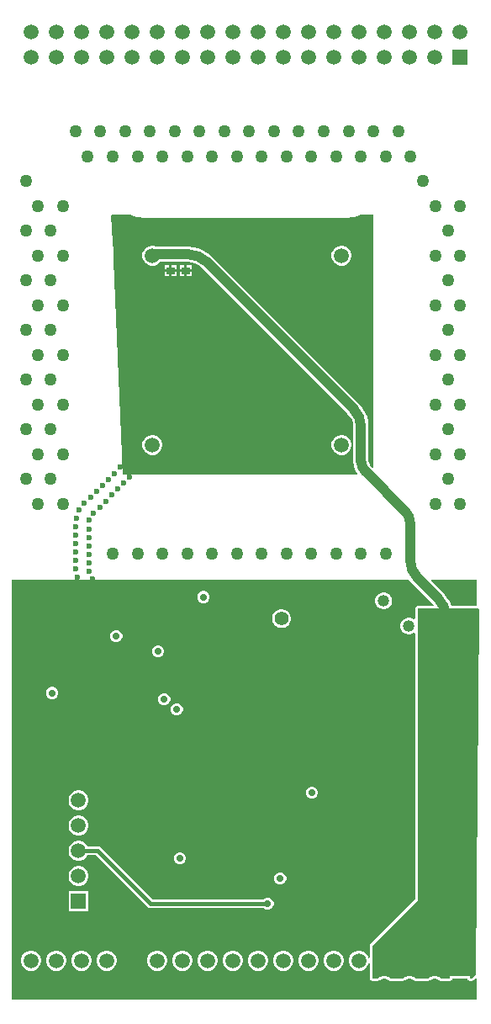
<source format=gbl>
G04*
G04 #@! TF.GenerationSoftware,Altium Limited,Altium Designer,21.8.1 (53)*
G04*
G04 Layer_Physical_Order=4*
G04 Layer_Color=16711680*
%FSLAX25Y25*%
%MOIN*%
G70*
G04*
G04 #@! TF.SameCoordinates,FEA55363-24F4-4A60-B236-1B38E07B82BE*
G04*
G04*
G04 #@! TF.FilePolarity,Positive*
G04*
G01*
G75*
%ADD34C,0.01575*%
%ADD35R,0.03543X0.03150*%
%ADD47R,0.05906X0.05906*%
%ADD48C,0.05906*%
%ADD49C,0.04685*%
%ADD50C,0.05512*%
%ADD51C,0.05878*%
%ADD52R,0.05906X0.05906*%
%ADD53C,0.02362*%
%ADD54C,0.05000*%
%ADD55C,0.02756*%
%ADD56C,0.03937*%
G36*
X149000Y51388D02*
X148538Y51196D01*
X148229Y51506D01*
X147885Y51849D01*
X147592Y52228D01*
X147400Y52478D01*
X147096Y53212D01*
X146993Y53994D01*
X146994Y54000D01*
Y67358D01*
X147009D01*
X146848Y69393D01*
X146372Y71378D01*
X145591Y73264D01*
X144524Y75004D01*
X143199Y76556D01*
X143188Y76546D01*
X84818Y134917D01*
X84828Y134927D01*
X83276Y136252D01*
X81535Y137319D01*
X79649Y138100D01*
X77665Y138577D01*
X75630Y138737D01*
Y138723D01*
X63112D01*
X62772Y138919D01*
X61771Y139187D01*
X60733D01*
X59732Y138919D01*
X58833Y138400D01*
X58100Y137667D01*
X57581Y136768D01*
X57313Y135767D01*
Y134729D01*
X57581Y133728D01*
X58100Y132829D01*
X58833Y132096D01*
X59732Y131578D01*
X60733Y131309D01*
X61771D01*
X62772Y131578D01*
X63671Y132096D01*
X64309Y132734D01*
X75630D01*
X75670Y132740D01*
X76998Y132609D01*
X78314Y132210D01*
X79527Y131561D01*
X80558Y130715D01*
X80583Y130682D01*
X138954Y72312D01*
X138987Y72287D01*
X139833Y71255D01*
X140481Y70043D01*
X140881Y68726D01*
X141011Y67399D01*
X141006Y67358D01*
Y54000D01*
X140988D01*
X141162Y52235D01*
X141677Y50538D01*
X142499Y49000D01*
X142423Y48726D01*
X142316Y48500D01*
X49500D01*
X45781Y133616D01*
Y137748D01*
X45794D01*
X45781Y137908D01*
Y138341D01*
X45767Y138416D01*
X45774Y138491D01*
X45658Y139671D01*
X45637Y139739D01*
X45636Y139758D01*
Y139820D01*
X45628Y139860D01*
X45626Y139878D01*
X45614Y139929D01*
X45475Y140628D01*
X45016Y151139D01*
X45362Y151500D01*
X52471D01*
X52499Y151481D01*
X53595Y151027D01*
X53670Y151012D01*
X53737Y150976D01*
X53952Y150911D01*
X54045Y150872D01*
X54209Y150833D01*
X54871Y150632D01*
X54947Y150625D01*
X55017Y150596D01*
X56071Y150386D01*
X56122Y150374D01*
X56140Y150372D01*
X56180Y150364D01*
X56242D01*
X56261Y150363D01*
X56329Y150342D01*
X57509Y150226D01*
X57585Y150233D01*
X57659Y150219D01*
X58092D01*
X58252Y150206D01*
Y150219D01*
X138252D01*
Y150206D01*
X138412Y150219D01*
X138845D01*
X138919Y150233D01*
X138995Y150226D01*
X140175Y150342D01*
X140243Y150363D01*
X140262Y150364D01*
X140324D01*
X140364Y150372D01*
X140382Y150374D01*
X140433Y150386D01*
X141487Y150596D01*
X141557Y150625D01*
X141632Y150632D01*
X142295Y150833D01*
X142459Y150872D01*
X142552Y150911D01*
X142767Y150976D01*
X142834Y151012D01*
X142909Y151027D01*
X144004Y151481D01*
X144033Y151500D01*
X149000D01*
Y51388D01*
D02*
G37*
G36*
X190000Y-3480D02*
X179813D01*
X179091Y-1736D01*
X178024Y4D01*
X176699Y1556D01*
X176688Y1546D01*
X176688Y1546D01*
X171696Y6538D01*
X171888Y7000D01*
X190000D01*
Y-3480D01*
D02*
G37*
G36*
X162976Y6996D02*
X164302Y5444D01*
X164312Y5454D01*
X172454Y-2688D01*
X172487Y-2713D01*
X172745Y-3028D01*
X172531Y-3480D01*
X166500D01*
X166110Y-3558D01*
X165779Y-3779D01*
X165558Y-4110D01*
X165480Y-4500D01*
Y-8624D01*
X164980Y-8784D01*
X164290Y-8385D01*
X163440Y-8157D01*
X162560D01*
X161710Y-8385D01*
X160948Y-8825D01*
X160325Y-9448D01*
X159885Y-10210D01*
X159658Y-11060D01*
Y-11940D01*
X159885Y-12790D01*
X160325Y-13552D01*
X160948Y-14175D01*
X161710Y-14615D01*
X162560Y-14842D01*
X163440D01*
X164290Y-14615D01*
X164980Y-14216D01*
X165480Y-14376D01*
Y-119578D01*
X147779Y-137279D01*
X147558Y-137610D01*
X147480Y-138000D01*
Y-142935D01*
X146980Y-143000D01*
X146861Y-142553D01*
X146340Y-141652D01*
X145604Y-140916D01*
X144703Y-140395D01*
X143698Y-140126D01*
X142657D01*
X141651Y-140395D01*
X140750Y-140916D01*
X140014Y-141652D01*
X139494Y-142553D01*
X139224Y-143558D01*
Y-144599D01*
X139494Y-145604D01*
X140014Y-146506D01*
X140750Y-147242D01*
X141651Y-147762D01*
X142657Y-148031D01*
X143698D01*
X144703Y-147762D01*
X145604Y-147242D01*
X146340Y-146506D01*
X146861Y-145604D01*
X146980Y-145157D01*
X147480Y-145223D01*
Y-151000D01*
X147558Y-151390D01*
X147779Y-151721D01*
X148110Y-151942D01*
X148500Y-152020D01*
X150666D01*
X151056Y-151942D01*
X151337Y-151754D01*
X152045Y-151346D01*
X152791Y-151146D01*
X153563D01*
X154309Y-151346D01*
X155017Y-151754D01*
X155298Y-151942D01*
X155689Y-152020D01*
X160666D01*
X161056Y-151942D01*
X161337Y-151754D01*
X162045Y-151346D01*
X162791Y-151146D01*
X163563D01*
X164309Y-151346D01*
X165017Y-151754D01*
X165298Y-151942D01*
X165689Y-152020D01*
X170666D01*
X171056Y-151942D01*
X171337Y-151754D01*
X172045Y-151346D01*
X172791Y-151146D01*
X173563D01*
X174309Y-151346D01*
X175017Y-151754D01*
X175298Y-151942D01*
X175689Y-152020D01*
X179224D01*
X179615Y-151942D01*
X179945Y-151721D01*
X180166Y-151390D01*
X180215Y-151146D01*
X186139D01*
X186188Y-151390D01*
X186409Y-151721D01*
X186740Y-151942D01*
X187130Y-152020D01*
X188000D01*
X188390Y-151942D01*
X188721Y-151721D01*
X189538Y-150904D01*
X190000Y-151095D01*
Y-159500D01*
X5500D01*
Y7000D01*
X162973D01*
X162976Y6996D01*
D02*
G37*
G36*
X190996Y-4855D02*
X189500Y-149500D01*
X188000Y-151000D01*
X187130D01*
Y-150126D01*
X179224D01*
Y-151000D01*
X175689D01*
X175604Y-150916D01*
X174703Y-150395D01*
X173698Y-150126D01*
X172657D01*
X171651Y-150395D01*
X170750Y-150916D01*
X170666Y-151000D01*
X165689D01*
X165604Y-150916D01*
X164703Y-150395D01*
X163698Y-150126D01*
X162657D01*
X161652Y-150395D01*
X160750Y-150916D01*
X160666Y-151000D01*
X155689D01*
X155604Y-150916D01*
X154703Y-150395D01*
X153698Y-150126D01*
X152657D01*
X151652Y-150395D01*
X150750Y-150916D01*
X150666Y-151000D01*
X148500D01*
Y-138000D01*
X166500Y-120000D01*
Y-4500D01*
X190645D01*
X190996Y-4855D01*
D02*
G37*
%LPC*%
G36*
X136771Y139187D02*
X135733D01*
X134732Y138919D01*
X133833Y138400D01*
X133100Y137667D01*
X132581Y136768D01*
X132313Y135767D01*
Y134729D01*
X132581Y133728D01*
X133100Y132829D01*
X133833Y132096D01*
X134732Y131578D01*
X135733Y131309D01*
X136771D01*
X137772Y131578D01*
X138671Y132096D01*
X139404Y132829D01*
X139922Y133728D01*
X140191Y134729D01*
Y135767D01*
X139922Y136768D01*
X139404Y137667D01*
X138671Y138400D01*
X137772Y138919D01*
X136771Y139187D01*
D02*
G37*
G36*
X76832Y131368D02*
X74961D01*
Y129693D01*
X76832D01*
Y131368D01*
D02*
G37*
G36*
X73961D02*
X72089D01*
Y129693D01*
X73961D01*
Y131368D01*
D02*
G37*
G36*
X70832D02*
X68961D01*
Y129693D01*
X70832D01*
Y131368D01*
D02*
G37*
G36*
X67961D02*
X66089D01*
Y129693D01*
X67961D01*
Y131368D01*
D02*
G37*
G36*
X76832Y128693D02*
X74961D01*
Y127018D01*
X76832D01*
Y128693D01*
D02*
G37*
G36*
X73961D02*
X72089D01*
Y127018D01*
X73961D01*
Y128693D01*
D02*
G37*
G36*
X70832D02*
X68961D01*
Y127018D01*
X70832D01*
Y128693D01*
D02*
G37*
G36*
X67961D02*
X66089D01*
Y127018D01*
X67961D01*
Y128693D01*
D02*
G37*
G36*
X136771Y64187D02*
X135733D01*
X134732Y63919D01*
X133833Y63400D01*
X133100Y62667D01*
X132581Y61768D01*
X132313Y60767D01*
Y59729D01*
X132581Y58728D01*
X133100Y57829D01*
X133833Y57096D01*
X134732Y56577D01*
X135733Y56309D01*
X136771D01*
X137772Y56577D01*
X138671Y57096D01*
X139404Y57829D01*
X139922Y58728D01*
X140191Y59729D01*
Y60767D01*
X139922Y61768D01*
X139404Y62667D01*
X138671Y63400D01*
X137772Y63919D01*
X136771Y64187D01*
D02*
G37*
G36*
X61771D02*
X60733D01*
X59732Y63919D01*
X58833Y63400D01*
X58100Y62667D01*
X57581Y61768D01*
X57313Y60767D01*
Y59729D01*
X57581Y58728D01*
X58100Y57829D01*
X58833Y57096D01*
X59732Y56577D01*
X60733Y56309D01*
X61771D01*
X62772Y56577D01*
X63671Y57096D01*
X64404Y57829D01*
X64922Y58728D01*
X65191Y59729D01*
Y60767D01*
X64922Y61768D01*
X64404Y62667D01*
X63671Y63400D01*
X62772Y63919D01*
X61771Y64187D01*
D02*
G37*
G36*
X81973Y2378D02*
X81027D01*
X80153Y2016D01*
X79484Y1347D01*
X79122Y473D01*
Y-473D01*
X79484Y-1347D01*
X80153Y-2016D01*
X81027Y-2378D01*
X81973D01*
X82847Y-2016D01*
X83516Y-1347D01*
X83878Y-473D01*
Y473D01*
X83516Y1347D01*
X82847Y2016D01*
X81973Y2378D01*
D02*
G37*
G36*
X153440Y1843D02*
X152560D01*
X151710Y1615D01*
X150948Y1175D01*
X150325Y552D01*
X149885Y-210D01*
X149657Y-1060D01*
Y-1940D01*
X149885Y-2790D01*
X150325Y-3552D01*
X150948Y-4175D01*
X151710Y-4615D01*
X152560Y-4843D01*
X153440D01*
X154290Y-4615D01*
X155052Y-4175D01*
X155675Y-3552D01*
X156115Y-2790D01*
X156342Y-1940D01*
Y-1060D01*
X156115Y-210D01*
X155675Y552D01*
X155052Y1175D01*
X154290Y1615D01*
X153440Y1843D01*
D02*
G37*
G36*
X112995Y-4744D02*
X112005D01*
X111050Y-5000D01*
X110194Y-5494D01*
X109494Y-6194D01*
X109000Y-7050D01*
X108744Y-8005D01*
Y-8995D01*
X109000Y-9950D01*
X109494Y-10806D01*
X110194Y-11506D01*
X111050Y-12000D01*
X112005Y-12256D01*
X112995D01*
X113950Y-12000D01*
X114806Y-11506D01*
X115506Y-10806D01*
X116000Y-9950D01*
X116256Y-8995D01*
Y-8005D01*
X116000Y-7050D01*
X115506Y-6194D01*
X114806Y-5494D01*
X113950Y-5000D01*
X112995Y-4744D01*
D02*
G37*
G36*
X47473Y-13122D02*
X46527D01*
X45653Y-13484D01*
X44984Y-14153D01*
X44622Y-15027D01*
Y-15973D01*
X44984Y-16847D01*
X45653Y-17516D01*
X46527Y-17878D01*
X47473D01*
X48347Y-17516D01*
X49016Y-16847D01*
X49378Y-15973D01*
Y-15027D01*
X49016Y-14153D01*
X48347Y-13484D01*
X47473Y-13122D01*
D02*
G37*
G36*
X63973Y-19122D02*
X63027D01*
X62153Y-19484D01*
X61484Y-20153D01*
X61122Y-21027D01*
Y-21973D01*
X61484Y-22847D01*
X62153Y-23516D01*
X63027Y-23878D01*
X63973D01*
X64847Y-23516D01*
X65516Y-22847D01*
X65878Y-21973D01*
Y-21027D01*
X65516Y-20153D01*
X64847Y-19484D01*
X63973Y-19122D01*
D02*
G37*
G36*
X21973Y-35622D02*
X21027D01*
X20153Y-35984D01*
X19484Y-36653D01*
X19122Y-37527D01*
Y-38473D01*
X19484Y-39347D01*
X20153Y-40016D01*
X21027Y-40378D01*
X21973D01*
X22847Y-40016D01*
X23516Y-39347D01*
X23878Y-38473D01*
Y-37527D01*
X23516Y-36653D01*
X22847Y-35984D01*
X21973Y-35622D01*
D02*
G37*
G36*
X66473Y-38122D02*
X65527D01*
X64653Y-38484D01*
X63984Y-39153D01*
X63622Y-40027D01*
Y-40973D01*
X63984Y-41847D01*
X64653Y-42516D01*
X65527Y-42878D01*
X66473D01*
X67347Y-42516D01*
X68016Y-41847D01*
X68378Y-40973D01*
Y-40027D01*
X68016Y-39153D01*
X67347Y-38484D01*
X66473Y-38122D01*
D02*
G37*
G36*
X71473Y-42122D02*
X70527D01*
X69653Y-42484D01*
X68984Y-43153D01*
X68622Y-44027D01*
Y-44973D01*
X68984Y-45847D01*
X69653Y-46516D01*
X70527Y-46878D01*
X71473D01*
X72347Y-46516D01*
X73016Y-45847D01*
X73378Y-44973D01*
Y-44027D01*
X73016Y-43153D01*
X72347Y-42484D01*
X71473Y-42122D01*
D02*
G37*
G36*
X124973Y-75122D02*
X124027D01*
X123153Y-75484D01*
X122484Y-76153D01*
X122122Y-77027D01*
Y-77973D01*
X122484Y-78847D01*
X123153Y-79516D01*
X124027Y-79878D01*
X124973D01*
X125847Y-79516D01*
X126516Y-78847D01*
X126878Y-77973D01*
Y-77027D01*
X126516Y-76153D01*
X125847Y-75484D01*
X124973Y-75122D01*
D02*
G37*
G36*
X32520Y-76547D02*
X31480D01*
X30474Y-76817D01*
X29573Y-77337D01*
X28837Y-78073D01*
X28317Y-78974D01*
X28047Y-79980D01*
Y-81020D01*
X28317Y-82026D01*
X28837Y-82927D01*
X29573Y-83663D01*
X30474Y-84183D01*
X31480Y-84453D01*
X32520D01*
X33526Y-84183D01*
X34427Y-83663D01*
X35163Y-82927D01*
X35683Y-82026D01*
X35953Y-81020D01*
Y-79980D01*
X35683Y-78974D01*
X35163Y-78073D01*
X34427Y-77337D01*
X33526Y-76817D01*
X32520Y-76547D01*
D02*
G37*
G36*
Y-86547D02*
X31480D01*
X30474Y-86817D01*
X29573Y-87337D01*
X28837Y-88073D01*
X28317Y-88974D01*
X28047Y-89980D01*
Y-91020D01*
X28317Y-92026D01*
X28837Y-92927D01*
X29573Y-93663D01*
X30474Y-94183D01*
X31480Y-94453D01*
X32520D01*
X33526Y-94183D01*
X34427Y-93663D01*
X35163Y-92927D01*
X35683Y-92026D01*
X35953Y-91020D01*
Y-89980D01*
X35683Y-88974D01*
X35163Y-88073D01*
X34427Y-87337D01*
X33526Y-86817D01*
X32520Y-86547D01*
D02*
G37*
G36*
X72683Y-101140D02*
X71737D01*
X70863Y-101502D01*
X70194Y-102171D01*
X69832Y-103045D01*
Y-103991D01*
X70194Y-104865D01*
X70863Y-105534D01*
X71737Y-105896D01*
X72683D01*
X73557Y-105534D01*
X74226Y-104865D01*
X74588Y-103991D01*
Y-103045D01*
X74226Y-102171D01*
X73557Y-101502D01*
X72683Y-101140D01*
D02*
G37*
G36*
X112473Y-109122D02*
X111527D01*
X110653Y-109484D01*
X109984Y-110153D01*
X109622Y-111027D01*
Y-111973D01*
X109984Y-112847D01*
X110653Y-113516D01*
X111527Y-113878D01*
X112473D01*
X113347Y-113516D01*
X114016Y-112847D01*
X114378Y-111973D01*
Y-111027D01*
X114016Y-110153D01*
X113347Y-109484D01*
X112473Y-109122D01*
D02*
G37*
G36*
X32520Y-106547D02*
X31480D01*
X30474Y-106817D01*
X29573Y-107337D01*
X28837Y-108073D01*
X28317Y-108974D01*
X28047Y-109980D01*
Y-111020D01*
X28317Y-112026D01*
X28837Y-112927D01*
X29573Y-113663D01*
X30474Y-114183D01*
X31480Y-114453D01*
X32520D01*
X33526Y-114183D01*
X34427Y-113663D01*
X35163Y-112927D01*
X35683Y-112026D01*
X35953Y-111020D01*
Y-109980D01*
X35683Y-108974D01*
X35163Y-108073D01*
X34427Y-107337D01*
X33526Y-106817D01*
X32520Y-106547D01*
D02*
G37*
G36*
Y-96547D02*
X31480D01*
X30474Y-96817D01*
X29573Y-97337D01*
X28837Y-98073D01*
X28317Y-98974D01*
X28047Y-99980D01*
Y-101020D01*
X28317Y-102026D01*
X28837Y-102927D01*
X29573Y-103663D01*
X30474Y-104183D01*
X31480Y-104453D01*
X32520D01*
X33526Y-104183D01*
X34427Y-103663D01*
X35163Y-102927D01*
X35512Y-102322D01*
X38745D01*
X59211Y-122789D01*
X59211Y-122789D01*
X59803Y-123184D01*
X60500Y-123322D01*
X105459D01*
X105653Y-123516D01*
X106527Y-123878D01*
X107473D01*
X108347Y-123516D01*
X109016Y-122847D01*
X109378Y-121973D01*
Y-121027D01*
X109016Y-120153D01*
X108347Y-119484D01*
X107473Y-119122D01*
X106527D01*
X105653Y-119484D01*
X105459Y-119678D01*
X61255D01*
X40789Y-99211D01*
X40197Y-98816D01*
X39500Y-98678D01*
X39500Y-98678D01*
X35512D01*
X35163Y-98073D01*
X34427Y-97337D01*
X33526Y-96817D01*
X32520Y-96547D01*
D02*
G37*
G36*
X35953Y-116547D02*
X28047D01*
Y-124453D01*
X35953D01*
Y-116547D01*
D02*
G37*
G36*
X133698Y-140126D02*
X132657D01*
X131651Y-140395D01*
X130750Y-140916D01*
X130014Y-141652D01*
X129494Y-142553D01*
X129224Y-143558D01*
Y-144599D01*
X129494Y-145604D01*
X130014Y-146506D01*
X130750Y-147242D01*
X131651Y-147762D01*
X132657Y-148031D01*
X133698D01*
X134703Y-147762D01*
X135604Y-147242D01*
X136340Y-146506D01*
X136861Y-145604D01*
X137130Y-144599D01*
Y-143558D01*
X136861Y-142553D01*
X136340Y-141652D01*
X135604Y-140916D01*
X134703Y-140395D01*
X133698Y-140126D01*
D02*
G37*
G36*
X123698D02*
X122657D01*
X121651Y-140395D01*
X120750Y-140916D01*
X120014Y-141652D01*
X119494Y-142553D01*
X119224Y-143558D01*
Y-144599D01*
X119494Y-145604D01*
X120014Y-146506D01*
X120750Y-147242D01*
X121651Y-147762D01*
X122657Y-148031D01*
X123698D01*
X124703Y-147762D01*
X125604Y-147242D01*
X126340Y-146506D01*
X126860Y-145604D01*
X127130Y-144599D01*
Y-143558D01*
X126860Y-142553D01*
X126340Y-141652D01*
X125604Y-140916D01*
X124703Y-140395D01*
X123698Y-140126D01*
D02*
G37*
G36*
X113698D02*
X112657D01*
X111652Y-140395D01*
X110750Y-140916D01*
X110014Y-141652D01*
X109494Y-142553D01*
X109224Y-143558D01*
Y-144599D01*
X109494Y-145604D01*
X110014Y-146506D01*
X110750Y-147242D01*
X111652Y-147762D01*
X112657Y-148031D01*
X113698D01*
X114703Y-147762D01*
X115604Y-147242D01*
X116340Y-146506D01*
X116860Y-145604D01*
X117130Y-144599D01*
Y-143558D01*
X116860Y-142553D01*
X116340Y-141652D01*
X115604Y-140916D01*
X114703Y-140395D01*
X113698Y-140126D01*
D02*
G37*
G36*
X103698D02*
X102657D01*
X101652Y-140395D01*
X100750Y-140916D01*
X100014Y-141652D01*
X99494Y-142553D01*
X99224Y-143558D01*
Y-144599D01*
X99494Y-145604D01*
X100014Y-146506D01*
X100750Y-147242D01*
X101652Y-147762D01*
X102657Y-148031D01*
X103698D01*
X104703Y-147762D01*
X105604Y-147242D01*
X106340Y-146506D01*
X106860Y-145604D01*
X107130Y-144599D01*
Y-143558D01*
X106860Y-142553D01*
X106340Y-141652D01*
X105604Y-140916D01*
X104703Y-140395D01*
X103698Y-140126D01*
D02*
G37*
G36*
X93698D02*
X92657D01*
X91651Y-140395D01*
X90750Y-140916D01*
X90014Y-141652D01*
X89494Y-142553D01*
X89224Y-143558D01*
Y-144599D01*
X89494Y-145604D01*
X90014Y-146506D01*
X90750Y-147242D01*
X91651Y-147762D01*
X92657Y-148031D01*
X93698D01*
X94703Y-147762D01*
X95604Y-147242D01*
X96340Y-146506D01*
X96861Y-145604D01*
X97130Y-144599D01*
Y-143558D01*
X96861Y-142553D01*
X96340Y-141652D01*
X95604Y-140916D01*
X94703Y-140395D01*
X93698Y-140126D01*
D02*
G37*
G36*
X83698D02*
X82657D01*
X81652Y-140395D01*
X80750Y-140916D01*
X80014Y-141652D01*
X79494Y-142553D01*
X79224Y-143558D01*
Y-144599D01*
X79494Y-145604D01*
X80014Y-146506D01*
X80750Y-147242D01*
X81652Y-147762D01*
X82657Y-148031D01*
X83698D01*
X84703Y-147762D01*
X85604Y-147242D01*
X86340Y-146506D01*
X86861Y-145604D01*
X87130Y-144599D01*
Y-143558D01*
X86861Y-142553D01*
X86340Y-141652D01*
X85604Y-140916D01*
X84703Y-140395D01*
X83698Y-140126D01*
D02*
G37*
G36*
X73698D02*
X72657D01*
X71652Y-140395D01*
X70750Y-140916D01*
X70014Y-141652D01*
X69494Y-142553D01*
X69224Y-143558D01*
Y-144599D01*
X69494Y-145604D01*
X70014Y-146506D01*
X70750Y-147242D01*
X71652Y-147762D01*
X72657Y-148031D01*
X73698D01*
X74703Y-147762D01*
X75604Y-147242D01*
X76340Y-146506D01*
X76861Y-145604D01*
X77130Y-144599D01*
Y-143558D01*
X76861Y-142553D01*
X76340Y-141652D01*
X75604Y-140916D01*
X74703Y-140395D01*
X73698Y-140126D01*
D02*
G37*
G36*
X63698D02*
X62657D01*
X61651Y-140395D01*
X60750Y-140916D01*
X60014Y-141652D01*
X59494Y-142553D01*
X59224Y-143558D01*
Y-144599D01*
X59494Y-145604D01*
X60014Y-146506D01*
X60750Y-147242D01*
X61651Y-147762D01*
X62657Y-148031D01*
X63698D01*
X64703Y-147762D01*
X65604Y-147242D01*
X66340Y-146506D01*
X66861Y-145604D01*
X67130Y-144599D01*
Y-143558D01*
X66861Y-142553D01*
X66340Y-141652D01*
X65604Y-140916D01*
X64703Y-140395D01*
X63698Y-140126D01*
D02*
G37*
G36*
X43698D02*
X42657D01*
X41651Y-140395D01*
X40750Y-140916D01*
X40014Y-141652D01*
X39494Y-142553D01*
X39224Y-143558D01*
Y-144599D01*
X39494Y-145604D01*
X40014Y-146506D01*
X40750Y-147242D01*
X41651Y-147762D01*
X42657Y-148031D01*
X43698D01*
X44703Y-147762D01*
X45604Y-147242D01*
X46340Y-146506D01*
X46861Y-145604D01*
X47130Y-144599D01*
Y-143558D01*
X46861Y-142553D01*
X46340Y-141652D01*
X45604Y-140916D01*
X44703Y-140395D01*
X43698Y-140126D01*
D02*
G37*
G36*
X33698D02*
X32657D01*
X31651Y-140395D01*
X30750Y-140916D01*
X30014Y-141652D01*
X29494Y-142553D01*
X29224Y-143558D01*
Y-144599D01*
X29494Y-145604D01*
X30014Y-146506D01*
X30750Y-147242D01*
X31651Y-147762D01*
X32657Y-148031D01*
X33698D01*
X34703Y-147762D01*
X35604Y-147242D01*
X36340Y-146506D01*
X36861Y-145604D01*
X37130Y-144599D01*
Y-143558D01*
X36861Y-142553D01*
X36340Y-141652D01*
X35604Y-140916D01*
X34703Y-140395D01*
X33698Y-140126D01*
D02*
G37*
G36*
X23698D02*
X22657D01*
X21652Y-140395D01*
X20750Y-140916D01*
X20014Y-141652D01*
X19494Y-142553D01*
X19224Y-143558D01*
Y-144599D01*
X19494Y-145604D01*
X20014Y-146506D01*
X20750Y-147242D01*
X21652Y-147762D01*
X22657Y-148031D01*
X23698D01*
X24703Y-147762D01*
X25604Y-147242D01*
X26340Y-146506D01*
X26861Y-145604D01*
X27130Y-144599D01*
Y-143558D01*
X26861Y-142553D01*
X26340Y-141652D01*
X25604Y-140916D01*
X24703Y-140395D01*
X23698Y-140126D01*
D02*
G37*
G36*
X13698D02*
X12657D01*
X11652Y-140395D01*
X10750Y-140916D01*
X10014Y-141652D01*
X9494Y-142553D01*
X9224Y-143558D01*
Y-144599D01*
X9494Y-145604D01*
X10014Y-146506D01*
X10750Y-147242D01*
X11652Y-147762D01*
X12657Y-148031D01*
X13698D01*
X14703Y-147762D01*
X15604Y-147242D01*
X16340Y-146506D01*
X16861Y-145604D01*
X17130Y-144599D01*
Y-143558D01*
X16861Y-142553D01*
X16340Y-141652D01*
X15604Y-140916D01*
X14703Y-140395D01*
X13698Y-140126D01*
D02*
G37*
%LPD*%
D34*
X32000Y-100500D02*
X39500D01*
X60500Y-121500D01*
X107000D01*
D35*
X68461Y129193D02*
D03*
X68500Y135728D02*
D03*
X74461Y129193D02*
D03*
X74500Y135728D02*
D03*
D47*
X32000Y-120500D02*
D03*
D48*
Y-110500D02*
D03*
Y-100500D02*
D03*
Y-90500D02*
D03*
Y-80500D02*
D03*
Y-70500D02*
D03*
X13177Y223874D02*
D03*
Y213874D02*
D03*
X23177Y223874D02*
D03*
Y213874D02*
D03*
X33177Y223874D02*
D03*
Y213874D02*
D03*
X43177Y223874D02*
D03*
Y213874D02*
D03*
X53177Y223874D02*
D03*
Y213874D02*
D03*
X63177Y223874D02*
D03*
Y213874D02*
D03*
X73177Y223874D02*
D03*
Y213874D02*
D03*
X83177Y223874D02*
D03*
Y213874D02*
D03*
X93177Y223874D02*
D03*
Y213874D02*
D03*
X103177Y223874D02*
D03*
Y213874D02*
D03*
X113177Y223874D02*
D03*
Y213874D02*
D03*
X123177Y223874D02*
D03*
Y213874D02*
D03*
X133177Y223874D02*
D03*
Y213874D02*
D03*
X143177Y223874D02*
D03*
Y213874D02*
D03*
X153177Y223874D02*
D03*
Y213874D02*
D03*
X163177Y223874D02*
D03*
Y213874D02*
D03*
X173177Y223874D02*
D03*
Y213874D02*
D03*
X183177Y223874D02*
D03*
X13177Y-144079D02*
D03*
Y-154079D02*
D03*
X23177Y-144079D02*
D03*
Y-154079D02*
D03*
X33177Y-144079D02*
D03*
Y-154079D02*
D03*
X43177Y-144079D02*
D03*
Y-154079D02*
D03*
X53177Y-144079D02*
D03*
Y-154079D02*
D03*
X63177Y-144079D02*
D03*
Y-154079D02*
D03*
X73177Y-144079D02*
D03*
Y-154079D02*
D03*
X83177Y-144079D02*
D03*
Y-154079D02*
D03*
X93177Y-144079D02*
D03*
Y-154079D02*
D03*
X103177Y-144079D02*
D03*
Y-154079D02*
D03*
X113177Y-144079D02*
D03*
Y-154079D02*
D03*
X123177Y-144079D02*
D03*
Y-154079D02*
D03*
X133177Y-144079D02*
D03*
Y-154079D02*
D03*
X143177Y-144079D02*
D03*
Y-154079D02*
D03*
X153177Y-144079D02*
D03*
Y-154079D02*
D03*
X163177Y-144079D02*
D03*
Y-154079D02*
D03*
X173177Y-144079D02*
D03*
Y-154079D02*
D03*
X183177Y-144079D02*
D03*
D49*
X163000Y-11500D02*
D03*
X153000Y-1500D02*
D03*
X143000Y-11500D02*
D03*
D50*
X107500Y-13500D02*
D03*
Y-3500D02*
D03*
X117500D02*
D03*
Y-13500D02*
D03*
X112500Y-8500D02*
D03*
D51*
X61252Y60248D02*
D03*
X98752D02*
D03*
X136252D02*
D03*
Y135248D02*
D03*
X61252D02*
D03*
D52*
X183177Y213874D02*
D03*
Y-154079D02*
D03*
D53*
X101452Y-5844D02*
D03*
X98089D02*
D03*
X94727D02*
D03*
X91365D02*
D03*
X88003D02*
D03*
X84659Y-6192D02*
D03*
X78777Y-9319D02*
D03*
X75524Y-10166D02*
D03*
X74511Y-16303D02*
D03*
X77823Y-16885D02*
D03*
X81183Y-16790D02*
D03*
X82929Y-13916D02*
D03*
X85275Y-11508D02*
D03*
X88619Y-11156D02*
D03*
X91981D02*
D03*
X95343D02*
D03*
X98705D02*
D03*
X102068D02*
D03*
X109367Y-18276D02*
D03*
X108392Y-21493D02*
D03*
X108344Y-24855D02*
D03*
Y-28218D02*
D03*
Y-31580D02*
D03*
Y-34942D02*
D03*
Y-38304D02*
D03*
Y-41666D02*
D03*
Y-45028D02*
D03*
Y-48391D02*
D03*
Y-51753D02*
D03*
X107610Y-55034D02*
D03*
X105551Y-57692D02*
D03*
X109993Y-60742D02*
D03*
X112010Y-58052D02*
D03*
X113246Y-54925D02*
D03*
X113656Y-51588D02*
D03*
Y-48226D02*
D03*
Y-44864D02*
D03*
Y-41501D02*
D03*
Y-38139D02*
D03*
Y-34777D02*
D03*
Y-31415D02*
D03*
Y-28052D02*
D03*
Y-24690D02*
D03*
X113799Y-21331D02*
D03*
X115085Y-18225D02*
D03*
X117469Y-8549D02*
D03*
X78335Y-37307D02*
D03*
X80751Y-39645D02*
D03*
X84113D02*
D03*
X87344Y-38713D02*
D03*
Y-42075D02*
D03*
Y-45437D02*
D03*
Y-48800D02*
D03*
Y-52162D02*
D03*
Y-55524D02*
D03*
X87188Y-58883D02*
D03*
X96487Y-64809D02*
D03*
X96695Y-61453D02*
D03*
X94460Y-58941D02*
D03*
X92656Y-56104D02*
D03*
Y-52741D02*
D03*
Y-49379D02*
D03*
Y-46017D02*
D03*
Y-42655D02*
D03*
Y-39293D02*
D03*
X58333Y64516D02*
D03*
X56325Y61820D02*
D03*
X55754Y58506D02*
D03*
X53376Y56129D02*
D03*
X50999Y53751D02*
D03*
X48621Y51374D02*
D03*
X46244Y48997D02*
D03*
X43867Y46619D02*
D03*
X41489Y44242D02*
D03*
X39112Y41864D02*
D03*
X36734Y39487D02*
D03*
X34357Y37109D02*
D03*
X32291Y34456D02*
D03*
X31086Y31318D02*
D03*
X30844Y27964D02*
D03*
Y24602D02*
D03*
Y21240D02*
D03*
Y17878D02*
D03*
Y14515D02*
D03*
X30887Y11153D02*
D03*
X31433Y7836D02*
D03*
X32754Y4744D02*
D03*
X34744Y2034D02*
D03*
X36975Y-482D02*
D03*
X40099Y-11665D02*
D03*
X46503Y-3691D02*
D03*
X49812Y-4288D02*
D03*
X52522Y-6278D02*
D03*
X54899Y-8656D02*
D03*
X57549Y-10725D02*
D03*
X60658Y-12005D02*
D03*
X63997Y-12397D02*
D03*
X73086Y-10841D02*
D03*
X72773Y-7494D02*
D03*
X62967Y-7035D02*
D03*
X59802Y-5899D02*
D03*
X57353Y-3596D02*
D03*
X54912Y-1283D02*
D03*
X52056Y490D02*
D03*
X48833Y1448D02*
D03*
X45475Y1622D02*
D03*
X42157Y2166D02*
D03*
X39747Y4510D02*
D03*
X37550Y7055D02*
D03*
X36317Y10183D02*
D03*
X36156Y13541D02*
D03*
Y16904D02*
D03*
Y20266D02*
D03*
Y23628D02*
D03*
Y26990D02*
D03*
X36305Y30349D02*
D03*
X38008Y33248D02*
D03*
X40386Y35625D02*
D03*
X42763Y38003D02*
D03*
X45141Y40380D02*
D03*
X47518Y42757D02*
D03*
X49896Y45135D02*
D03*
X52273Y47512D02*
D03*
X54650Y49890D02*
D03*
X57028Y52267D02*
D03*
X59405Y54645D02*
D03*
X62704Y55297D02*
D03*
X65449Y57237D02*
D03*
X66416Y60458D02*
D03*
X65195Y63590D02*
D03*
X62309Y65316D02*
D03*
X60448Y-26312D02*
D03*
X57165Y-27035D02*
D03*
X44901Y-35270D02*
D03*
X75563Y-25379D02*
D03*
X72225Y-24979D02*
D03*
X68923Y-24344D02*
D03*
X65561D02*
D03*
X81604Y-25355D02*
D03*
X78523Y-26701D02*
D03*
X78905Y-32754D02*
D03*
X99612Y-30416D02*
D03*
X98895Y-27131D02*
D03*
X95756Y-25927D02*
D03*
X92417Y-26326D02*
D03*
X89079Y-25927D02*
D03*
X85741Y-25524D02*
D03*
X33249Y-13371D02*
D03*
X32855Y-16710D02*
D03*
X33011Y-20069D02*
D03*
X33604Y-23379D02*
D03*
Y-26741D02*
D03*
Y-30103D02*
D03*
Y-33465D02*
D03*
X33572Y-36827D02*
D03*
X22239Y-41751D02*
D03*
X34072Y-43829D02*
D03*
X36832Y-41909D02*
D03*
X38520Y-39001D02*
D03*
X38916Y-35662D02*
D03*
Y-32300D02*
D03*
Y-28938D02*
D03*
Y-25576D02*
D03*
Y-22214D02*
D03*
X39665Y-18936D02*
D03*
Y-15574D02*
D03*
D54*
X183319Y154949D02*
D03*
X178398Y145106D02*
D03*
X183319Y135264D02*
D03*
X178398Y125421D02*
D03*
X183319Y115579D02*
D03*
X178398Y105736D02*
D03*
X183319Y95894D02*
D03*
X178398Y86051D02*
D03*
X183319Y76209D02*
D03*
X178398Y66366D02*
D03*
X183319Y56524D02*
D03*
X178398Y46681D02*
D03*
X183319Y36839D02*
D03*
X168555Y164791D02*
D03*
X173476Y154949D02*
D03*
Y135264D02*
D03*
Y115579D02*
D03*
Y95894D02*
D03*
Y76209D02*
D03*
Y56524D02*
D03*
Y36839D02*
D03*
X158713Y184476D02*
D03*
X163634Y174634D02*
D03*
X158713Y-32059D02*
D03*
Y-51744D02*
D03*
Y-71429D02*
D03*
Y-91114D02*
D03*
Y-110799D02*
D03*
X148870Y184476D02*
D03*
X153791Y174634D02*
D03*
Y17154D02*
D03*
X148870Y-12374D02*
D03*
X153791Y-22217D02*
D03*
X148870Y-32059D02*
D03*
X153791Y-41902D02*
D03*
X148870Y-51744D02*
D03*
X153791Y-61587D02*
D03*
X148870Y-71429D02*
D03*
X153791Y-81272D02*
D03*
X148870Y-91114D02*
D03*
X153791Y-100957D02*
D03*
X148870Y-110799D02*
D03*
X153791Y-120642D02*
D03*
X139028Y184476D02*
D03*
X143949Y174634D02*
D03*
X139028Y145106D02*
D03*
X143949Y135264D02*
D03*
Y17154D02*
D03*
Y-2531D02*
D03*
Y-22217D02*
D03*
X139028Y-32059D02*
D03*
X143949Y-41902D02*
D03*
X139028Y-51744D02*
D03*
X143949Y-61587D02*
D03*
Y-81272D02*
D03*
X139028Y-91114D02*
D03*
X143949Y-100957D02*
D03*
X139028Y-110799D02*
D03*
X143949Y-120642D02*
D03*
X129185Y184476D02*
D03*
X134106Y174634D02*
D03*
X129185Y145106D02*
D03*
Y125421D02*
D03*
X134106Y115579D02*
D03*
X129185Y105736D02*
D03*
X134106Y95894D02*
D03*
X129185Y66366D02*
D03*
X134106Y17154D02*
D03*
Y-2531D02*
D03*
X129185Y-12374D02*
D03*
X134106Y-22217D02*
D03*
X129185Y-32059D02*
D03*
X134106Y-41902D02*
D03*
X129185Y-51744D02*
D03*
X134106Y-61587D02*
D03*
X129185Y-91114D02*
D03*
X134106Y-100957D02*
D03*
Y-120642D02*
D03*
X129185Y-130484D02*
D03*
X119343Y184476D02*
D03*
X124264Y174634D02*
D03*
X119343Y145106D02*
D03*
X124264Y135264D02*
D03*
X119343Y125421D02*
D03*
X124264Y115579D02*
D03*
X119343Y105736D02*
D03*
Y86051D02*
D03*
X124264Y76209D02*
D03*
X119343Y66366D02*
D03*
X124264Y56524D02*
D03*
Y17154D02*
D03*
Y-2531D02*
D03*
Y-22217D02*
D03*
X119343Y-32059D02*
D03*
X124264Y-41902D02*
D03*
X119343Y-51744D02*
D03*
X124264Y-61587D02*
D03*
X109500Y184476D02*
D03*
X114421Y174634D02*
D03*
X109500Y145106D02*
D03*
X114421Y135264D02*
D03*
X109500Y125421D02*
D03*
X114421Y115579D02*
D03*
X109500Y86051D02*
D03*
X114421Y76209D02*
D03*
X109500Y66366D02*
D03*
X114421Y56524D02*
D03*
Y17154D02*
D03*
X109500Y-91114D02*
D03*
X99657Y184476D02*
D03*
X104579Y174634D02*
D03*
X99657Y145106D02*
D03*
X104579Y135264D02*
D03*
X99657Y125421D02*
D03*
Y105736D02*
D03*
X104579Y95894D02*
D03*
X99657Y86051D02*
D03*
X104579Y76209D02*
D03*
Y56524D02*
D03*
Y17154D02*
D03*
X99657Y-51744D02*
D03*
Y-71429D02*
D03*
X104579Y-81272D02*
D03*
X99657Y-91114D02*
D03*
X104579Y-100957D02*
D03*
X89815Y184476D02*
D03*
X94736Y174634D02*
D03*
X89815Y145106D02*
D03*
X94736Y135264D02*
D03*
X89815Y105736D02*
D03*
X94736Y95894D02*
D03*
X89815Y86051D02*
D03*
X94736Y76209D02*
D03*
X89815Y66366D02*
D03*
X94736Y17154D02*
D03*
Y-81272D02*
D03*
X89815Y-91114D02*
D03*
X94736Y-100957D02*
D03*
X79972Y184476D02*
D03*
X84894Y174634D02*
D03*
X79972Y145106D02*
D03*
Y125421D02*
D03*
X84894Y115579D02*
D03*
X79972Y105736D02*
D03*
X84894Y95894D02*
D03*
X79972Y86051D02*
D03*
X84894Y76209D02*
D03*
X79972Y66366D02*
D03*
X84894Y56524D02*
D03*
Y17154D02*
D03*
Y-81272D02*
D03*
X79972Y-91114D02*
D03*
X70130Y184476D02*
D03*
X75051Y174634D02*
D03*
X70130Y145106D02*
D03*
X75051Y115579D02*
D03*
X70130Y105736D02*
D03*
X75051Y95894D02*
D03*
X70130Y86051D02*
D03*
X75051Y76209D02*
D03*
X70130Y66366D02*
D03*
X75051Y56524D02*
D03*
Y17154D02*
D03*
X70130Y-51744D02*
D03*
X75051Y-61587D02*
D03*
X70130Y-71429D02*
D03*
X60287Y184476D02*
D03*
X65209Y174634D02*
D03*
X60287Y145106D02*
D03*
Y125421D02*
D03*
X65209Y115579D02*
D03*
X60287Y105736D02*
D03*
X65209Y95894D02*
D03*
X60287Y86051D02*
D03*
X65209Y76209D02*
D03*
Y17154D02*
D03*
X60287Y-51744D02*
D03*
X65209Y-61587D02*
D03*
X60287Y-71429D02*
D03*
X65209Y-100957D02*
D03*
X50445Y184476D02*
D03*
X55366Y174634D02*
D03*
X50445Y125421D02*
D03*
X55366Y115579D02*
D03*
X50445Y105736D02*
D03*
X55366Y95894D02*
D03*
X50445Y86051D02*
D03*
X55366Y76209D02*
D03*
Y17154D02*
D03*
X50445Y-51744D02*
D03*
X55366Y-61587D02*
D03*
X50445Y-71429D02*
D03*
Y-130484D02*
D03*
X40602Y184476D02*
D03*
X45524Y174634D02*
D03*
Y17154D02*
D03*
X40602Y-51744D02*
D03*
X45524Y-61587D02*
D03*
X40602Y-71429D02*
D03*
X45524Y-120642D02*
D03*
X40602Y-130484D02*
D03*
X30760Y184476D02*
D03*
X35681Y174634D02*
D03*
Y-61587D02*
D03*
X25839Y154949D02*
D03*
X20917Y145106D02*
D03*
X25839Y135264D02*
D03*
X20917Y125421D02*
D03*
X25839Y115579D02*
D03*
X20917Y105736D02*
D03*
X25839Y95894D02*
D03*
X20917Y86051D02*
D03*
X25839Y76209D02*
D03*
X20917Y66366D02*
D03*
X25839Y56524D02*
D03*
X20917Y46681D02*
D03*
X25839Y36839D02*
D03*
Y-2531D02*
D03*
X20917Y-12374D02*
D03*
X25839Y-22217D02*
D03*
X11075Y164791D02*
D03*
X15996Y154949D02*
D03*
X11075Y145106D02*
D03*
X15996Y135264D02*
D03*
X11075Y125421D02*
D03*
X15996Y115579D02*
D03*
X11075Y105736D02*
D03*
X15996Y95894D02*
D03*
X11075Y86051D02*
D03*
X15996Y76209D02*
D03*
X11075Y66366D02*
D03*
X15996Y56524D02*
D03*
X11075Y46681D02*
D03*
X15996Y36839D02*
D03*
Y-2531D02*
D03*
X11075Y-12374D02*
D03*
X15996Y-61587D02*
D03*
X11075Y-71429D02*
D03*
X15996Y-81272D02*
D03*
X11075Y-91114D02*
D03*
X15996Y-100957D02*
D03*
X11075Y-110799D02*
D03*
X15996Y-120642D02*
D03*
D55*
X21500Y-38000D02*
D03*
X71000Y-44500D02*
D03*
X66000Y-40500D02*
D03*
X63500Y-21500D02*
D03*
X47000Y-15500D02*
D03*
X81500Y0D02*
D03*
X71000Y4500D02*
D03*
X66000Y-500D02*
D03*
X47000Y-11000D02*
D03*
X32000Y-8000D02*
D03*
Y-3000D02*
D03*
X44500Y-44000D02*
D03*
Y-40000D02*
D03*
X56000Y-36500D02*
D03*
X56500Y-40000D02*
D03*
Y-43500D02*
D03*
X9000Y-40500D02*
D03*
X13000Y-40000D02*
D03*
X17500Y-54000D02*
D03*
X12000Y-49500D02*
D03*
X99500Y-37000D02*
D03*
X82000Y-49000D02*
D03*
X129500Y-83000D02*
D03*
X111000Y-123500D02*
D03*
X76500Y-112500D02*
D03*
X107000Y-121500D02*
D03*
X135000Y-82000D02*
D03*
X124500Y-77500D02*
D03*
X72210Y-103518D02*
D03*
X76789Y-106888D02*
D03*
X109500Y-114500D02*
D03*
X112000Y-111500D02*
D03*
D56*
X82701Y132799D02*
G03*
X75630Y135728I-7071J-7071D01*
G01*
X144000Y67358D02*
G03*
X141071Y74429I-10000J0D01*
G01*
X177500Y-7642D02*
G03*
X174571Y-571I-10000J0D01*
G01*
X163500Y14642D02*
G03*
X166429Y7571I10000J0D01*
G01*
X144000Y54000D02*
G03*
X145768Y49732I6036J0D01*
G01*
X163500Y29172D02*
G03*
X161500Y34000I-6828J0D01*
G01*
X74500Y135728D02*
X75630D01*
X68500D02*
X74500D01*
X61252D02*
X68500D01*
X61252Y135248D02*
Y135728D01*
X144000Y54000D02*
Y67358D01*
X82701Y132799D02*
X141071Y74429D01*
X177500Y-16500D02*
Y-7642D01*
X166429Y7571D02*
X174571Y-571D01*
X163500Y14642D02*
Y29172D01*
X145768Y49732D02*
X161500Y34000D01*
M02*

</source>
